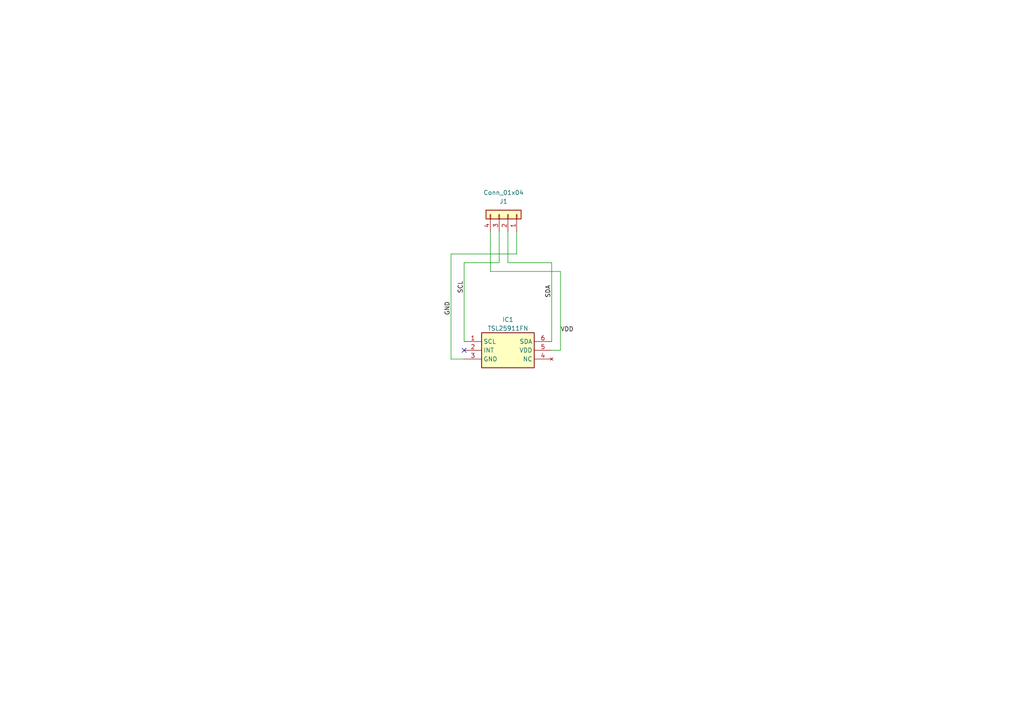
<source format=kicad_sch>
(kicad_sch (version 20230121) (generator eeschema)
  (paper "A4")
  (title_block (title "TSL2591") (date "2023-12-19") (rev "3") (company "AU/AUD"))
  (lib_symbols
    (symbol "Connector_Generic:Conn_01x04" (pin_names (offset 1.016) hide)
      (property "Reference" "J" (at 0 5.08 0))
      (property "Value" "Conn_01x04" (at 0 -7.62 0))
      (symbol "Conn_01x04_1_1"
        (rectangle (start -1.27 -4.953) (end 0 -5.207) (stroke (width 0.1524)))
        (rectangle (start -1.27 -2.413) (end 0 -2.667) (stroke (width 0.1524)))
        (rectangle (start -1.27 0.127) (end 0 -0.127) (stroke (width 0.1524)))
        (rectangle (start -1.27 2.667) (end 0 2.413) (stroke (width 0.1524)))
        (rectangle (start -1.27 3.81) (end 1.27 -6.35) (stroke (width 0.254)) (fill (type background)))
        (pin passive line (at -5.08 2.54 0) (length 3.81) (name "Pin_1") (number "1"))
        (pin passive line (at -5.08 0 0) (length 3.81) (name "Pin_2") (number "2"))
        (pin passive line (at -5.08 -2.54 0) (length 3.81) (name "Pin_3") (number "3"))
        (pin passive line (at -5.08 -5.08 0) (length 3.81) (name "Pin_4") (number "4"))
      )
    )
    (symbol "project:TSL25911FN"
      (property "Reference" "IC" (at 21.59 7.62 0))
      (property "Value" "TSL25911FN" (at 21.59 5.08 0))
      (symbol "TSL25911FN_1_1"
        (rectangle (start 5.08 2.54) (end 20.32 -7.62) (stroke (width 0.254)) (fill (type background)))
        (pin passive line (at 0 0 0) (length 5.08) (name "SCL") (number "1"))
        (pin passive line (at 0 -2.54 0) (length 5.08) (name "INT") (number "2"))
        (pin passive line (at 0 -5.08 0) (length 5.08) (name "GND") (number "3"))
        (pin no_connect line (at 25.4 -5.08 180) (length 5.08) (name "NC") (number "4"))
        (pin passive line (at 25.4 -2.54 180) (length 5.08) (name "VDD") (number "5"))
        (pin passive line (at 25.4 0 180) (length 5.08) (name "SDA") (number "6"))
      )
    )
  )
  (no_connect (at 134.62 101.6))
  (wire (pts (xy 162.56 78.74) (xy 142.24 78.74)))
  (wire (pts (xy 147.32 76.2) (xy 147.32 67.31)))
  (wire (pts (xy 149.86 73.66) (xy 149.86 67.31)))
  (wire (pts (xy 162.56 101.6) (xy 162.56 78.74)))
  (wire (pts (xy 134.62 76.2) (xy 144.78 76.2)))
  (wire (pts (xy 130.81 104.14) (xy 130.81 73.66)))
  (wire (pts (xy 144.78 76.2) (xy 144.78 67.31)))
  (wire (pts (xy 160.02 101.6) (xy 162.56 101.6)))
  (wire (pts (xy 160.02 76.2) (xy 147.32 76.2)))
  (wire (pts (xy 160.02 99.06) (xy 160.02 76.2)))
  (wire (pts (xy 130.81 73.66) (xy 149.86 73.66)))
  (wire (pts (xy 142.24 78.74) (xy 142.24 67.31)))
  (wire (pts (xy 134.62 99.06) (xy 134.62 76.2)))
  (wire (pts (xy 134.62 104.14) (xy 130.81 104.14)))
  (label "GND" (at 130.81 91.44 90))
  (label "VDD" (at 162.56 96.52 0))
  (label "SCL" (at 134.62 85.09 90))
  (label "SDA" (at 160.02 86.36 90))
  (symbol (lib_id "project:TSL25911FN") (at 134.62 99.06 0) (unit 1)
    (property "Reference" "IC1" (at 147.32 92.71 0))
    (property "Value" "TSL25911FN" (at 147.32 95.25 0))
    (property "Footprint" "projectlib:TSL25911FN" (effects hide))
    (property "Datasheet" "http://ams.com/documents/20143/36005/TSL2591_DS000338_6-00.pdf" (effects hide))
    (property "Height" "0" (effects hide))
    (property "Mouser Part Number" "985-TSL25911FN" (effects hide))
    (property "Mouser Price/Stock" "https://www.mouser.co.uk/ProductDetail/ams/TSL25911FN?qs=6irNfxKJ9AaiNMbaQmyIug%3D%3D" (effects hide))
    (property "Manufacturer_Name" "ams" (effects hide))
    (property "Manufacturer_Part_Number" "TSL25911FN" (effects hide))
  )
  (symbol (lib_id "Connector_Generic:Conn_01x04") (at 147.32 62.23 270) (mirror x) (unit 1)
    (property "Reference" "J1" (at 146.05 58.42 90))
    (property "Value" "Conn_01x04" (at 146.05 55.88 90))
    (property "Footprint" "Connector_JST:JST_PH_S4B-PH-K_1x04_P2.00mm_Horizontal" (effects hide))
  )
)
</source>
